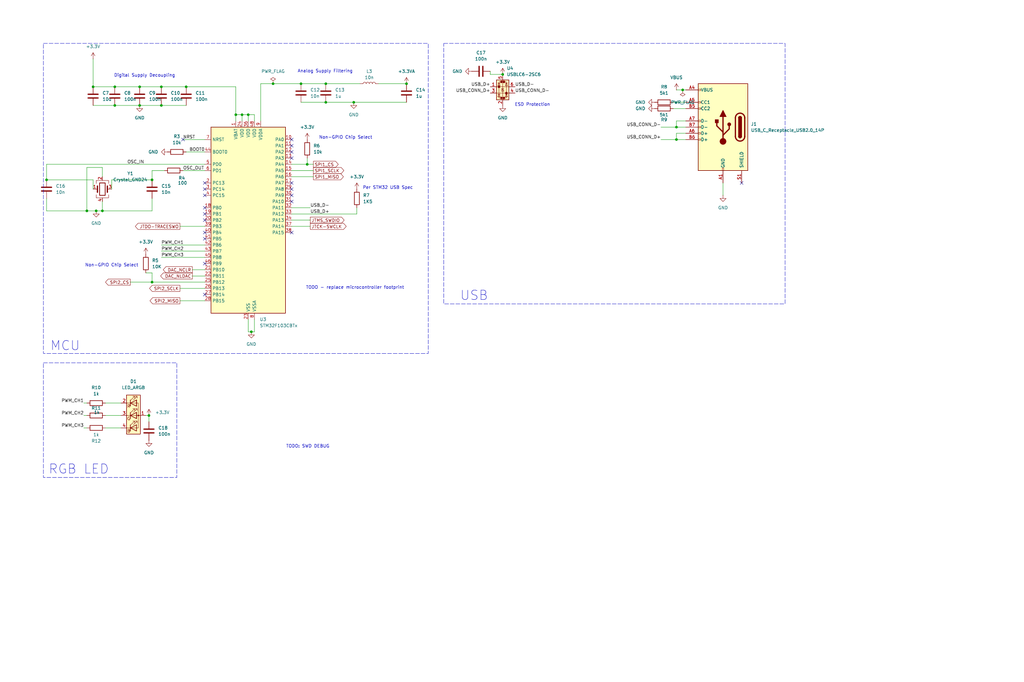
<source format=kicad_sch>
(kicad_sch (version 20250114) (generator "eeschema") (generator_version "9.0")
  (paper "User" 419.1 279.4)
  (title_block (title "MCU Schematic") (date "2026-01-30") (rev "1") (company "Ryan Jeronimus"))
  (lib_symbols
    (symbol "Connector:USB_C_Receptacle_USB2.0_14P" (pin_names (offset 1.016))
      (property "Reference" "J1" (at -11.43 1.2701 0))
      (property "Value" "USB_C_Receptacle_USB2.0_14P" (at -11.43 -1.2699 0))
      (symbol "USB_C_Receptacle_USB2.0_14P_0_0"
        (rectangle (start -0.254 -17.78) (end 0.254 -16.764))
        (rectangle (start 10.16 15.494) (end 9.144 14.986))
        (rectangle (start 10.16 10.414) (end 9.144 9.906))
        (rectangle (start 10.16 7.874) (end 9.144 7.366))
        (rectangle (start 10.16 2.794) (end 9.144 2.286))
        (rectangle (start 10.16 0.254) (end 9.144 -0.254))
        (rectangle (start 10.16 -2.286) (end 9.144 -2.794))
        (rectangle (start 10.16 -4.826) (end 9.144 -5.334))
      )
      (symbol "USB_C_Receptacle_USB2.0_14P_0_1"
        (rectangle (start -10.16 17.78) (end 10.16 -17.78) (stroke (width 0.254)) (fill (type background)))
        (polyline (pts (xy -8.89 -3.81) (xy -8.89 3.81)) (stroke (width 0.508)))
        (rectangle (start -7.62 -3.81) (end -6.35 3.81) (stroke (width 0.254)) (fill (type outline)))
        (arc (start -7.62 3.81) (mid -6.985 4.4423) (end -6.35 3.81) (stroke (width 0.254)))
        (arc (start -7.62 3.81) (mid -6.985 4.4423) (end -6.35 3.81) (stroke (width 0.254)) (fill (type outline)))
        (arc (start -8.89 3.81) (mid -6.985 5.7067) (end -5.08 3.81) (stroke (width 0.508)))
        (arc (start -5.08 -3.81) (mid -6.985 -5.7067) (end -8.89 -3.81) (stroke (width 0.508)))
        (arc (start -6.35 -3.81) (mid -6.985 -4.4423) (end -7.62 -3.81) (stroke (width 0.254)))
        (arc (start -6.35 -3.81) (mid -6.985 -4.4423) (end -7.62 -3.81) (stroke (width 0.254)) (fill (type outline)))
        (polyline (pts (xy -5.08 3.81) (xy -5.08 -3.81)) (stroke (width 0.508)))
        (circle (center -2.54 1.143) (radius 0.635) (stroke (width 0.254)) (fill (type outline)))
        (polyline (pts (xy -1.27 4.318) (xy 0 6.858) (xy 1.27 4.318) (xy -1.27 4.318)) (stroke (width 0.254)) (fill (type outline)))
        (polyline (pts (xy 0 -2.032) (xy 2.54 0.508) (xy 2.54 1.778)) (stroke (width 0.508)))
        (polyline (pts (xy 0 -3.302) (xy -2.54 -0.762) (xy -2.54 0.508)) (stroke (width 0.508)))
        (polyline (pts (xy 0 -5.842) (xy 0 4.318)) (stroke (width 0.508)))
        (circle (center 0 -5.842) (radius 1.27) (fill (type outline)))
        (rectangle (start 1.905 1.778) (end 3.175 3.048) (stroke (width 0.254)) (fill (type outline)))
      )
      (symbol "USB_C_Receptacle_USB2.0_14P_1_1"
        (pin passive line (at -7.62 -22.86 90) (length 5.08) (name "SHIELD") (number "S1"))
        (pin power_out line (at 0 -22.86 90) (length 5.08) (name "GND") (number "A1"))
        (pin passive line (at 0 -22.86 90) (length 5.08) (hide yes) (name "GND") (number "A12"))
        (pin passive line (at 0 -22.86 90) (length 5.08) (hide yes) (name "GND") (number "B1"))
        (pin power_out line (at 0 -22.86 90) (length 5.08) (hide yes) (name "GND") (number "B12"))
        (pin passive line (at 15.24 15.24 180) (length 5.08) (name "VBUS") (number "A4"))
        (pin passive line (at 15.24 15.24 180) (length 5.08) (hide yes) (name "VBUS") (number "A9"))
        (pin passive line (at 15.24 15.24 180) (length 5.08) (hide yes) (name "VBUS") (number "B4"))
        (pin passive line (at 15.24 15.24 180) (length 5.08) (hide yes) (name "VBUS") (number "B9"))
        (pin bidirectional line (at 15.24 10.16 180) (length 5.08) (name "CC1") (number "A5"))
        (pin bidirectional line (at 15.24 7.62 180) (length 5.08) (name "CC2") (number "B5"))
        (pin bidirectional line (at 15.24 2.54 180) (length 5.08) (name "D-") (number "A7"))
        (pin bidirectional line (at 15.24 0 180) (length 5.08) (name "D-") (number "B7"))
        (pin bidirectional line (at 15.24 -2.54 180) (length 5.08) (name "D+") (number "A6"))
        (pin bidirectional line (at 15.24 -5.08 180) (length 5.08) (name "D+") (number "B6"))
      )
    )
    (symbol "Device:C" (pin_numbers (hide yes)) (pin_names (offset 0.254))
      (property "Reference" "C" (at 0.635 2.54 0))
      (property "Value" "C" (at 0.635 -2.54 0))
      (symbol "C_0_1"
        (polyline (pts (xy -2.032 0.762) (xy 2.032 0.762)) (stroke (width 0.508)))
        (polyline (pts (xy -2.032 -0.762) (xy 2.032 -0.762)) (stroke (width 0.508)))
      )
      (symbol "C_1_1"
        (pin passive line (at 0 3.81 270) (length 2.794) (name "~") (number "1"))
        (pin passive line (at 0 -3.81 90) (length 2.794) (name "~") (number "2"))
      )
    )
    (symbol "Device:Crystal_GND24" (pin_names (offset 1.016) (hide yes))
      (property "Reference" "Y" (at 3.175 5.08 0))
      (property "Value" "Crystal_GND24" (at 3.175 3.175 0))
      (symbol "Crystal_GND24_0_1"
        (polyline (pts (xy -2.54 2.286) (xy -2.54 3.556) (xy 2.54 3.556) (xy 2.54 2.286)))
        (polyline (pts (xy -2.54 0) (xy -2.032 0)))
        (polyline (pts (xy -2.54 -2.286) (xy -2.54 -3.556) (xy 2.54 -3.556) (xy 2.54 -2.286)))
        (polyline (pts (xy -2.032 -1.27) (xy -2.032 1.27)) (stroke (width 0.508)))
        (rectangle (start -1.143 2.54) (end 1.143 -2.54) (stroke (width 0.3048)))
        (polyline (pts (xy 0 3.556) (xy 0 3.81)))
        (polyline (pts (xy 0 -3.81) (xy 0 -3.556)))
        (polyline (pts (xy 2.032 0) (xy 2.54 0)))
        (polyline (pts (xy 2.032 -1.27) (xy 2.032 1.27)) (stroke (width 0.508)))
      )
      (symbol "Crystal_GND24_1_1"
        (pin passive line (at -3.81 0 0) (length 1.27) (name "1") (number "1"))
        (pin passive line (at 0 5.08 270) (length 1.27) (name "2") (number "2"))
        (pin passive line (at 0 -5.08 90) (length 1.27) (name "4") (number "4"))
        (pin passive line (at 3.81 0 180) (length 1.27) (name "3") (number "3"))
      )
    )
    (symbol "Device:L" (pin_numbers (hide yes)) (pin_names (offset 1.016) (hide yes))
      (property "Reference" "L" (at -1.27 0 90))
      (property "Value" "L" (at 1.905 0 90))
      (symbol "L_0_1"
        (arc (start 0 2.54) (mid 0.6323 1.905) (end 0 1.27))
        (arc (start 0 1.27) (mid 0.6323 0.635) (end 0 0))
        (arc (start 0 0) (mid 0.6323 -0.635) (end 0 -1.27))
        (arc (start 0 -1.27) (mid 0.6323 -1.905) (end 0 -2.54))
      )
      (symbol "L_1_1"
        (pin passive line (at 0 3.81 270) (length 1.27) (name "1") (number "1"))
        (pin passive line (at 0 -3.81 90) (length 1.27) (name "2") (number "2"))
      )
    )
    (symbol "Device:LED_ARGB" (pin_names (offset 0) (hide yes))
      (property "Reference" "D" (at 0 9.398 0))
      (property "Value" "LED_ARGB" (at 0 -8.89 0))
      (symbol "LED_ARGB_0_0"
        (text "R" (at -1.905 3.81 0) (effects (font (size 1.27 1.27))))
        (text "G" (at -1.905 -1.27 0) (effects (font (size 1.27 1.27))))
        (text "B" (at -1.905 -6.35 0) (effects (font (size 1.27 1.27))))
      )
      (symbol "LED_ARGB_0_1"
        (polyline (pts (xy -1.27 6.35) (xy -1.27 3.81)) (stroke (width 0.254)))
        (polyline (pts (xy -1.27 6.35) (xy -1.27 3.81) (xy -1.27 3.81)))
        (polyline (pts (xy -1.27 5.08) (xy -2.54 5.08)))
        (polyline (pts (xy -1.27 5.08) (xy 1.27 5.08)))
        (polyline (pts (xy -1.27 1.27) (xy -1.27 -1.27)) (stroke (width 0.254)))
        (polyline (pts (xy -1.27 1.27) (xy -1.27 -1.27) (xy -1.27 -1.27)))
        (polyline (pts (xy -1.27 0) (xy -2.54 0)))
        (polyline (pts (xy -1.27 -3.81) (xy -1.27 -6.35)) (stroke (width 0.254)))
        (polyline (pts (xy -1.27 -5.08) (xy -2.54 -5.08)))
        (polyline (pts (xy -1.27 -5.08) (xy 1.27 -5.08)))
        (polyline (pts (xy -1.016 6.35) (xy 0.508 7.874) (xy -0.254 7.874) (xy 0.508 7.874) (xy 0.508 7.112)))
        (polyline (pts (xy -1.016 1.27) (xy 0.508 2.794) (xy -0.254 2.794) (xy 0.508 2.794) (xy 0.508 2.032)))
        (polyline (pts (xy -1.016 -3.81) (xy 0.508 -2.286) (xy -0.254 -2.286) (xy 0.508 -2.286) (xy 0.508 -3.048)))
        (polyline (pts (xy 0 6.35) (xy 1.524 7.874) (xy 0.762 7.874) (xy 1.524 7.874) (xy 1.524 7.112)))
        (polyline (pts (xy 0 1.27) (xy 1.524 2.794) (xy 0.762 2.794) (xy 1.524 2.794) (xy 1.524 2.032)))
        (polyline (pts (xy 0 -3.81) (xy 1.524 -2.286) (xy 0.762 -2.286) (xy 1.524 -2.286) (xy 1.524 -3.048)))
        (polyline (pts (xy 1.27 6.35) (xy 1.27 3.81) (xy -1.27 5.08) (xy 1.27 6.35)) (stroke (width 0.254)))
        (rectangle (start 1.27 6.35) (end 1.27 6.35))
        (rectangle (start 1.27 3.81) (end 1.27 6.35))
        (polyline (pts (xy 1.27 1.27) (xy 1.27 -1.27) (xy -1.27 0) (xy 1.27 1.27)) (stroke (width 0.254)))
        (rectangle (start 1.27 1.27) (end 1.27 1.27))
        (polyline (pts (xy 1.27 0) (xy -1.27 0)))
        (polyline (pts (xy 1.27 0) (xy 2.54 0)))
        (rectangle (start 1.27 -1.27) (end 1.27 1.27))
        (polyline (pts (xy 1.27 -3.81) (xy 1.27 -6.35) (xy -1.27 -5.08) (xy 1.27 -3.81)) (stroke (width 0.254)))
        (polyline (pts (xy 1.27 -5.08) (xy 2.032 -5.08) (xy 2.032 5.08) (xy 1.27 5.08)))
        (circle (center 2.032 0) (radius 0.254) (fill (type outline)))
        (rectangle (start 2.794 8.382) (end -2.794 -7.62) (stroke (width 0.254)) (fill (type background)))
      )
      (symbol "LED_ARGB_1_1"
        (pin passive line (at -5.08 5.08 0) (length 2.54) (name "RK") (number "2"))
        (pin passive line (at -5.08 0 0) (length 2.54) (name "GK") (number "3"))
        (pin passive line (at -5.08 -5.08 0) (length 2.54) (name "BK") (number "4"))
        (pin passive line (at 5.08 0 180) (length 2.54) (name "A") (number "1"))
      )
    )
    (symbol "Device:R" (pin_numbers (hide yes)) (pin_names (offset 0))
      (property "Reference" "R" (at 2.032 0 90))
      (property "Value" "R" (at 0 0 90))
      (symbol "R_0_1"
        (rectangle (start -1.016 -2.54) (end 1.016 2.54) (stroke (width 0.254)))
      )
      (symbol "R_1_1"
        (pin passive line (at 0 3.81 270) (length 1.27) (name "~") (number "1"))
        (pin passive line (at 0 -3.81 90) (length 1.27) (name "~") (number "2"))
      )
    )
    (symbol "MCU_ST_STM32F1:STM32F103CBTx"
      (property "Reference" "U" (at -15.24 39.37 0))
      (property "Value" "STM32F103CBTx" (at 7.62 39.37 0))
      (symbol "STM32F103CBTx_0_1"
        (rectangle (start -15.24 -38.1) (end 15.24 38.1) (stroke (width 0.254)) (fill (type background)))
      )
      (symbol "STM32F103CBTx_1_1"
        (pin input line (at -17.78 33.02 0) (length 2.54) (name "NRST") (number "7"))
        (pin input line (at -17.78 27.94 0) (length 2.54) (name "BOOT0") (number "44"))
        (pin bidirectional line (at -17.78 22.86 0) (length 2.54) (name "PD0") (number "5"))
        (pin bidirectional line (at -17.78 20.32 0) (length 2.54) (name "PD1") (number "6"))
        (pin bidirectional line (at -17.78 15.24 0) (length 2.54) (name "PC13") (number "2"))
        (pin bidirectional line (at -17.78 12.7 0) (length 2.54) (name "PC14") (number "3"))
        (pin bidirectional line (at -17.78 10.16 0) (length 2.54) (name "PC15") (number "4"))
        (pin bidirectional line (at -17.78 5.08 0) (length 2.54) (name "PB0") (number "18"))
        (pin bidirectional line (at -17.78 2.54 0) (length 2.54) (name "PB1") (number "19"))
        (pin bidirectional line (at -17.78 0 0) (length 2.54) (name "PB2") (number "20"))
        (pin bidirectional line (at -17.78 -2.54 0) (length 2.54) (name "PB3") (number "39"))
        (pin bidirectional line (at -17.78 -5.08 0) (length 2.54) (name "PB4") (number "40"))
        (pin bidirectional line (at -17.78 -7.62 0) (length 2.54) (name "PB5") (number "41"))
        (pin bidirectional line (at -17.78 -10.16 0) (length 2.54) (name "PB6") (number "42"))
        (pin bidirectional line (at -17.78 -12.7 0) (length 2.54) (name "PB7") (number "43"))
        (pin bidirectional line (at -17.78 -15.24 0) (length 2.54) (name "PB8") (number "45"))
        (pin bidirectional line (at -17.78 -17.78 0) (length 2.54) (name "PB9") (number "46"))
        (pin bidirectional line (at -17.78 -20.32 0) (length 2.54) (name "PB10") (number "21"))
        (pin bidirectional line (at -17.78 -22.86 0) (length 2.54) (name "PB11") (number "22"))
        (pin bidirectional line (at -17.78 -25.4 0) (length 2.54) (name "PB12") (number "25"))
        (pin bidirectional line (at -17.78 -27.94 0) (length 2.54) (name "PB13") (number "26"))
        (pin bidirectional line (at -17.78 -30.48 0) (length 2.54) (name "PB14") (number "27"))
        (pin bidirectional line (at -17.78 -33.02 0) (length 2.54) (name "PB15") (number "28"))
        (pin power_in line (at -5.08 40.64 270) (length 2.54) (name "VBAT") (number "1"))
        (pin power_in line (at -2.54 40.64 270) (length 2.54) (name "VDD") (number "24"))
        (pin power_in line (at 0 40.64 270) (length 2.54) (name "VDD") (number "36"))
        (pin power_in line (at 0 -40.64 90) (length 2.54) (name "VSS") (number "23"))
        (pin passive line (at 0 -40.64 90) (length 2.54) (hide yes) (name "VSS") (number "35"))
        (pin passive line (at 0 -40.64 90) (length 2.54) (hide yes) (name "VSS") (number "47"))
        (pin power_in line (at 2.54 40.64 270) (length 2.54) (name "VDD") (number "48"))
        (pin power_in line (at 2.54 -40.64 90) (length 2.54) (name "VSSA") (number "8"))
        (pin power_in line (at 5.08 40.64 270) (length 2.54) (name "VDDA") (number "9"))
        (pin bidirectional line (at 17.78 33.02 180) (length 2.54) (name "PA0") (number "10"))
        (pin bidirectional line (at 17.78 30.48 180) (length 2.54) (name "PA1") (number "11"))
        (pin bidirectional line (at 17.78 27.94 180) (length 2.54) (name "PA2") (number "12"))
        (pin bidirectional line (at 17.78 25.4 180) (length 2.54) (name "PA3") (number "13"))
        (pin bidirectional line (at 17.78 22.86 180) (length 2.54) (name "PA4") (number "14"))
        (pin bidirectional line (at 17.78 20.32 180) (length 2.54) (name "PA5") (number "15"))
        (pin bidirectional line (at 17.78 17.78 180) (length 2.54) (name "PA6") (number "16"))
        (pin bidirectional line (at 17.78 15.24 180) (length 2.54) (name "PA7") (number "17"))
        (pin bidirectional line (at 17.78 12.7 180) (length 2.54) (name "PA8") (number "29"))
        (pin bidirectional line (at 17.78 10.16 180) (length 2.54) (name "PA9") (number "30"))
        (pin bidirectional line (at 17.78 7.62 180) (length 2.54) (name "PA10") (number "31"))
        (pin bidirectional line (at 17.78 5.08 180) (length 2.54) (name "PA11") (number "32"))
        (pin bidirectional line (at 17.78 2.54 180) (length 2.54) (name "PA12") (number "33"))
        (pin bidirectional line (at 17.78 0 180) (length 2.54) (name "PA13") (number "34"))
        (pin bidirectional line (at 17.78 -2.54 180) (length 2.54) (name "PA14") (number "37"))
        (pin bidirectional line (at 17.78 -5.08 180) (length 2.54) (name "PA15") (number "38"))
      )
    )
    (symbol "Power_Protection:USBLC6-2SC6" (pin_names (hide yes))
      (property "Reference" "U" (at 0.635 5.715 0))
      (property "Value" "USBLC6-2SC6" (at 0.635 3.81 0))
      (symbol "USBLC6-2SC6_0_0"
        (circle (center -1.524 0) (radius 0.0001) (stroke (width 0.508)))
        (circle (center -0.508 2.032) (radius 0.0001) (stroke (width 0.508)))
        (circle (center -0.508 -4.572) (radius 0.0001) (stroke (width 0.508)))
        (circle (center 0.508 2.032) (radius 0.0001) (stroke (width 0.508)))
        (circle (center 0.508 -4.572) (radius 0.0001) (stroke (width 0.508)))
        (circle (center 1.524 -2.54) (radius 0.0001) (stroke (width 0.508)))
      )
      (symbol "USBLC6-2SC6_0_1"
        (polyline (pts (xy -2.54 0) (xy 2.54 0)))
        (polyline (pts (xy -2.54 -2.54) (xy 2.54 -2.54)))
        (polyline (pts (xy -2.032 0.508) (xy -1.016 0.508) (xy -1.524 1.524) (xy -2.032 0.508)))
        (polyline (pts (xy -2.032 -3.048) (xy -1.016 -3.048)))
        (polyline (pts (xy -1.016 1.524) (xy -2.032 1.524)))
        (polyline (pts (xy -1.016 -4.064) (xy -2.032 -4.064) (xy -1.524 -3.048) (xy -1.016 -4.064)))
        (polyline (pts (xy -0.508 -1.143) (xy -0.508 -0.762) (xy 0.508 -0.762)))
        (polyline (pts (xy 0 2.54) (xy -0.508 2.032) (xy 0.508 2.032) (xy 0 1.524) (xy 0 -4.064) (xy -0.508 -4.572) (xy 0.508 -4.572) (xy 0 -5.08)))
        (polyline (pts (xy 0.508 -1.778) (xy -0.508 -1.778) (xy 0 -0.762) (xy 0.508 -1.778)))
        (polyline (pts (xy 1.016 1.524) (xy 2.032 1.524)))
        (polyline (pts (xy 1.016 -3.048) (xy 2.032 -3.048)))
        (polyline (pts (xy 2.032 0.508) (xy 1.016 0.508) (xy 1.524 1.524) (xy 2.032 0.508)))
        (polyline (pts (xy 2.032 -4.064) (xy 1.016 -4.064) (xy 1.524 -3.048) (xy 2.032 -4.064)))
      )
      (symbol "USBLC6-2SC6_1_1"
        (rectangle (start -2.54 2.794) (end 2.54 -5.334) (stroke (width 0.254)) (fill (type background)))
        (polyline (pts (xy -0.508 2.032) (xy -1.524 2.032) (xy -1.524 -4.572) (xy -0.508 -4.572)))
        (polyline (pts (xy 0.508 -4.572) (xy 1.524 -4.572) (xy 1.524 2.032) (xy 0.508 2.032)))
        (pin passive line (at -5.08 0 0) (length 2.54) (name "I/O1") (number "1"))
        (pin passive line (at -5.08 -2.54 0) (length 2.54) (name "I/O2") (number "3"))
        (pin passive line (at 0 5.08 270) (length 2.54) (name "VBUS") (number "5"))
        (pin passive line (at 0 -7.62 90) (length 2.54) (name "GND") (number "2"))
        (pin passive line (at 5.08 0 180) (length 2.54) (name "I/O1") (number "6"))
        (pin passive line (at 5.08 -2.54 180) (length 2.54) (name "I/O2") (number "4"))
      )
    )
    (symbol "power:+3.3V" (power) (pin_numbers (hide yes)) (pin_names (offset 0) (hide yes))
      (property "Value" "+3.3V" (at 0 3.556 0))
      (symbol "+3.3V_0_1"
        (polyline (pts (xy -0.762 1.27) (xy 0 2.54)))
        (polyline (pts (xy 0 2.54) (xy 0.762 1.27)))
        (polyline (pts (xy 0 0) (xy 0 2.54)))
      )
      (symbol "+3.3V_1_1"
        (pin power_in line (at 0 0 90) (length 0) (name "~") (number "1"))
      )
    )
    (symbol "power:+3.3VA" (power) (pin_numbers (hide yes)) (pin_names (offset 0) (hide yes))
      (property "Value" "+3.3VA" (at 0 3.556 0))
      (symbol "+3.3VA_0_1"
        (polyline (pts (xy -0.762 1.27) (xy 0 2.54)))
        (polyline (pts (xy 0 2.54) (xy 0.762 1.27)))
        (polyline (pts (xy 0 0) (xy 0 2.54)))
      )
      (symbol "+3.3VA_1_1"
        (pin power_in line (at 0 0 90) (length 0) (name "~") (number "1"))
      )
    )
    (symbol "power:GND" (power) (pin_numbers (hide yes)) (pin_names (offset 0) (hide yes))
      (property "Value" "GND" (at 0 -3.81 0))
      (symbol "GND_0_1"
        (polyline (pts (xy 0 0) (xy 0 -1.27) (xy 1.27 -1.27) (xy 0 -2.54) (xy -1.27 -1.27) (xy 0 -1.27)))
      )
      (symbol "GND_1_1"
        (pin power_in line (at 0 0 270) (length 0) (name "~") (number "1"))
      )
    )
    (symbol "power:PWR_FLAG" (power) (pin_numbers (hide yes)) (pin_names (offset 0) (hide yes))
      (property "Value" "PWR_FLAG" (at 0 3.81 0))
      (symbol "PWR_FLAG_0_0"
        (pin power_out line (at 0 0 90) (length 0) (name "~") (number "1"))
      )
      (symbol "PWR_FLAG_0_1"
        (polyline (pts (xy 0 0) (xy 0 1.27) (xy -1.016 1.905) (xy 0 2.54) (xy 1.016 1.905) (xy 0 1.27)))
      )
    )
    (symbol "power:VBUS" (power) (pin_numbers (hide yes)) (pin_names (offset 0) (hide yes))
      (property "Value" "VBUS" (at 0 3.556 0))
      (symbol "VBUS_0_1"
        (polyline (pts (xy -0.762 1.27) (xy 0 2.54)))
        (polyline (pts (xy 0 2.54) (xy 0.762 1.27)))
        (polyline (pts (xy 0 0) (xy 0 2.54)))
      )
      (symbol "VBUS_1_1"
        (pin power_in line (at 0 0 90) (length 0) (name "~") (number "1"))
      )
    )
  )
  (rectangle (start 17.78 17.78) (end 175.26 144.78) (stroke (width 0) (type dash)))
  (rectangle (start 17.78 148.59) (end 72.39 195.58) (stroke (width 0) (type dash)))
  (rectangle (start 181.61 17.78) (end 321.31 124.46) (stroke (width 0) (type dash)))
  (text "TODO - replace microcontroller footprint\n\n" (at 145.288 118.872 0) (effects (font (size 1.27 1.27))))
  (text "Analog Supply Filtering\n" (at 133.096 29.21 0) (effects (font (size 1.27 1.27))))
  (text "Per STM32 USB Spec\n" (at 158.75 76.962 0) (effects (font (size 1.27 1.27))))
  (text "USB\n" (at 194.056 121.158 0) (effects (font (size 3.81 3.81))))
  (text "Non-GPIO Chip Select\n" (at 45.72 108.712 0) (effects (font (size 1.27 1.27))))
  (text "RGB LED" (at 32.258 192.278 0) (effects (font (size 3.81 3.81))))
  (text "TODO: SWD DEBUG" (at 125.984 182.88 0) (effects (font (size 1.27 1.27))))
  (text "Digital Supply Decoupling\n" (at 59.182 30.988 0) (effects (font (size 1.27 1.27))))
  (text "MCU\n" (at 26.67 141.732 0) (effects (font (size 3.81 3.81))))
  (text "Non-GPIO Chip Select\n" (at 141.478 56.388 0) (effects (font (size 1.27 1.27))))
  (text "ESD Protection\n" (at 217.932 42.926 0) (effects (font (size 1.27 1.27))))
  (junction (at 60.96 170.18))
  (junction (at 46.99 43.18))
  (junction (at 99.06 46.99))
  (junction (at 276.86 52.07))
  (junction (at 279.4 36.83))
  (junction (at 166.37 34.29))
  (junction (at 39.37 86.36))
  (junction (at 46.99 35.56))
  (junction (at 41.91 86.36))
  (junction (at 35.56 86.36))
  (junction (at 38.1 35.56))
  (junction (at 125.73 67.31))
  (junction (at 102.87 135.89))
  (junction (at 144.78 41.91))
  (junction (at 133.35 41.91))
  (junction (at 123.19 34.29))
  (junction (at 66.04 43.18))
  (junction (at 276.86 57.15))
  (junction (at 57.15 43.18))
  (junction (at 133.35 34.29))
  (junction (at 96.52 46.99))
  (junction (at 76.2 35.56))
  (junction (at 101.6 46.99))
  (junction (at 57.15 35.56))
  (junction (at 62.23 115.57))
  (junction (at 62.23 73.66))
  (junction (at 205.74 30.48))
  (junction (at 66.04 35.56))
  (junction (at 19.05 73.66))
  (junction (at 111.76 34.29))
  (no_connect (at 303.53 74.93))
  (no_connect (at 83.82 80.01))
  (no_connect (at 119.38 82.55))
  (no_connect (at 74.93 57.15))
  (no_connect (at 83.82 97.79))
  (no_connect (at 83.82 74.93))
  (no_connect (at 119.38 77.47))
  (no_connect (at 119.38 57.15))
  (no_connect (at 119.38 80.01))
  (no_connect (at 83.82 120.65))
  (no_connect (at 119.38 74.93))
  (no_connect (at 119.38 64.77))
  (no_connect (at 83.82 90.17))
  (no_connect (at 83.82 85.09))
  (no_connect (at 119.38 62.23))
  (no_connect (at 119.38 59.69))
  (no_connect (at 83.82 77.47))
  (no_connect (at 83.82 107.95))
  (no_connect (at 83.82 87.63))
  (no_connect (at 119.38 95.25))
  (no_connect (at 83.82 95.25))
  (wire (pts (xy 200.66 30.48) (xy 200.66 29.21)))
  (wire (pts (xy 43.18 165.1) (xy 49.53 165.1)))
  (wire (pts (xy 62.23 111.76) (xy 62.23 115.57)))
  (wire (pts (xy 276.86 54.61) (xy 276.86 57.15)))
  (wire (pts (xy 154.94 34.29) (xy 166.37 34.29)))
  (wire (pts (xy 35.56 68.58) (xy 35.56 86.36)))
  (wire (pts (xy 73.66 118.11) (xy 83.82 118.11)))
  (wire (pts (xy 280.67 52.07) (xy 276.86 52.07)))
  (wire (pts (xy 101.6 130.81) (xy 101.6 135.89)))
  (wire (pts (xy 38.1 24.13) (xy 38.1 35.56)))
  (wire (pts (xy 39.37 86.36) (xy 35.56 86.36)))
  (wire (pts (xy 279.4 36.83) (xy 280.67 36.83)))
  (wire (pts (xy 59.69 170.18) (xy 60.96 170.18)))
  (wire (pts (xy 295.91 74.93) (xy 295.91 80.01)))
  (wire (pts (xy 146.05 85.09) (xy 146.05 87.63)))
  (wire (pts (xy 41.91 86.36) (xy 62.23 86.36)))
  (wire (pts (xy 106.68 34.29) (xy 106.68 49.53)))
  (wire (pts (xy 119.38 67.31) (xy 125.73 67.31)))
  (wire (pts (xy 205.74 30.48) (xy 200.66 30.48)))
  (wire (pts (xy 38.1 73.66) (xy 19.05 73.66)))
  (wire (pts (xy 45.72 77.47) (xy 45.72 73.66)))
  (wire (pts (xy 101.6 46.99) (xy 104.14 46.99)))
  (wire (pts (xy 41.91 68.58) (xy 35.56 68.58)))
  (wire (pts (xy 53.34 115.57) (xy 62.23 115.57)))
  (wire (pts (xy 76.2 62.23) (xy 83.82 62.23)))
  (wire (pts (xy 119.38 90.17) (xy 127 90.17)))
  (wire (pts (xy 66.04 102.87) (xy 83.82 102.87)))
  (wire (pts (xy 66.04 43.18) (xy 76.2 43.18)))
  (wire (pts (xy 111.76 34.29) (xy 106.68 34.29)))
  (wire (pts (xy 66.04 105.41) (xy 83.82 105.41)))
  (wire (pts (xy 38.1 77.47) (xy 38.1 73.66)))
  (wire (pts (xy 41.91 86.36) (xy 39.37 86.36)))
  (wire (pts (xy 101.6 135.89) (xy 102.87 135.89)))
  (wire (pts (xy 43.18 175.26) (xy 49.53 175.26)))
  (wire (pts (xy 41.91 72.39) (xy 41.91 68.58)))
  (wire (pts (xy 133.35 41.91) (xy 144.78 41.91)))
  (wire (pts (xy 276.86 49.53) (xy 280.67 49.53)))
  (wire (pts (xy 41.91 82.55) (xy 41.91 86.36)))
  (wire (pts (xy 119.38 69.85) (xy 128.27 69.85)))
  (wire (pts (xy 125.73 67.31) (xy 128.27 67.31)))
  (wire (pts (xy 101.6 46.99) (xy 101.6 49.53)))
  (wire (pts (xy 270.51 52.07) (xy 276.86 52.07)))
  (wire (pts (xy 62.23 73.66) (xy 62.23 69.85)))
  (wire (pts (xy 59.69 111.76) (xy 62.23 111.76)))
  (wire (pts (xy 34.29 165.1) (xy 35.56 165.1)))
  (wire (pts (xy 123.19 34.29) (xy 133.35 34.29)))
  (wire (pts (xy 119.38 85.09) (xy 127 85.09)))
  (wire (pts (xy 119.38 92.71) (xy 127 92.71)))
  (wire (pts (xy 57.15 35.56) (xy 66.04 35.56)))
  (wire (pts (xy 46.99 35.56) (xy 57.15 35.56)))
  (wire (pts (xy 73.66 92.71) (xy 83.82 92.71)))
  (wire (pts (xy 38.1 43.18) (xy 46.99 43.18)))
  (wire (pts (xy 66.04 35.56) (xy 76.2 35.56)))
  (wire (pts (xy 99.06 46.99) (xy 99.06 49.53)))
  (wire (pts (xy 19.05 67.31) (xy 83.82 67.31)))
  (wire (pts (xy 34.29 175.26) (xy 35.56 175.26)))
  (wire (pts (xy 275.59 41.91) (xy 280.67 41.91)))
  (wire (pts (xy 60.96 170.18) (xy 60.96 172.72)))
  (wire (pts (xy 119.38 87.63) (xy 146.05 87.63)))
  (wire (pts (xy 66.04 100.33) (xy 83.82 100.33)))
  (wire (pts (xy 19.05 73.66) (xy 19.05 67.31)))
  (wire (pts (xy 62.23 69.85) (xy 67.31 69.85)))
  (wire (pts (xy 78.74 113.03) (xy 83.82 113.03)))
  (wire (pts (xy 34.29 170.18) (xy 35.56 170.18)))
  (wire (pts (xy 74.93 57.15) (xy 83.82 57.15)))
  (wire (pts (xy 104.14 46.99) (xy 104.14 49.53)))
  (wire (pts (xy 123.19 34.29) (xy 111.76 34.29)))
  (wire (pts (xy 62.23 86.36) (xy 62.23 81.28)))
  (wire (pts (xy 78.74 110.49) (xy 83.82 110.49)))
  (wire (pts (xy 19.05 86.36) (xy 35.56 86.36)))
  (wire (pts (xy 46.99 43.18) (xy 57.15 43.18)))
  (wire (pts (xy 74.93 69.85) (xy 83.82 69.85)))
  (wire (pts (xy 104.14 135.89) (xy 102.87 135.89)))
  (wire (pts (xy 276.86 52.07) (xy 276.86 49.53)))
  (wire (pts (xy 276.86 36.83) (xy 279.4 36.83)))
  (wire (pts (xy 276.86 57.15) (xy 280.67 57.15)))
  (wire (pts (xy 125.73 64.77) (xy 125.73 67.31)))
  (wire (pts (xy 280.67 54.61) (xy 276.86 54.61)))
  (wire (pts (xy 123.19 41.91) (xy 133.35 41.91)))
  (wire (pts (xy 43.18 170.18) (xy 49.53 170.18)))
  (wire (pts (xy 144.78 41.91) (xy 166.37 41.91)))
  (wire (pts (xy 45.72 73.66) (xy 62.23 73.66)))
  (wire (pts (xy 119.38 72.39) (xy 128.27 72.39)))
  (wire (pts (xy 104.14 130.81) (xy 104.14 135.89)))
  (wire (pts (xy 133.35 34.29) (xy 147.32 34.29)))
  (wire (pts (xy 96.52 46.99) (xy 99.06 46.99)))
  (wire (pts (xy 19.05 81.28) (xy 19.05 86.36)))
  (wire (pts (xy 76.2 35.56) (xy 96.52 35.56)))
  (wire (pts (xy 275.59 44.45) (xy 280.67 44.45)))
  (wire (pts (xy 96.52 46.99) (xy 96.52 49.53)))
  (wire (pts (xy 270.51 57.15) (xy 276.86 57.15)))
  (wire (pts (xy 96.52 35.56) (xy 96.52 46.99)))
  (wire (pts (xy 62.23 115.57) (xy 83.82 115.57)))
  (wire (pts (xy 99.06 46.99) (xy 101.6 46.99)))
  (wire (pts (xy 73.66 123.19) (xy 83.82 123.19)))
  (wire (pts (xy 57.15 43.18) (xy 66.04 43.18)))
  (wire (pts (xy 38.1 35.56) (xy 46.99 35.56)))
  (label "NRST" (at 74.93 57.15 0))
  (label "BOOT0" (at 77.47 62.23 0))
  (label "USB_D-" (at 127 85.09 0))
  (label "USB_D+" (at 200.66 35.56 180))
  (label "PWM_CH2" (at 66.04 102.87 0))
  (label "PWM_CH2" (at 34.29 170.18 180))
  (label "USB_CONN_D+" (at 200.66 38.1 180))
  (label "PWM_CH3" (at 34.29 175.26 180))
  (label "USB_CONN_D-" (at 210.82 38.1 0))
  (label "USB_CONN_D-" (at 270.51 52.07 180))
  (label "PWM_CH1" (at 66.04 100.33 0))
  (label "OSC_OUT" (at 74.93 69.85 0))
  (label "PWM_CH3" (at 66.04 105.41 0))
  (label "PWM_CH1" (at 34.29 165.1 180))
  (label "USB_D+" (at 127 87.63 0))
  (label "USB_D-" (at 210.82 35.56 0))
  (label "OSC_IN" (at 52.07 67.31 0))
  (label "USB_CONN_D+" (at 270.51 57.15 180))
  (global_label "JTDO-TRACESWO" (shape output) (at 73.66 92.71 180) (property "Intersheetrefs" "${INTERSHEET_REFS}" (effects (hide yes))))
  (global_label "JTMS_SWDIO" (shape output) (at 127 90.17 0) (property "Intersheetrefs" "${INTERSHEET_REFS}" (effects (hide yes))))
  (global_label "SPI2_SCLK" (shape output) (at 73.66 118.11 180) (property "Intersheetrefs" "${INTERSHEET_REFS}" (effects (hide yes))))
  (global_label "DAC_NCLR" (shape output) (at 78.74 110.49 180) (property "Intersheetrefs" "${INTERSHEET_REFS}" (effects (hide yes))))
  (global_label "DAC_NLDAC" (shape output) (at 78.74 113.03 180) (property "Intersheetrefs" "${INTERSHEET_REFS}" (effects (hide yes))))
  (global_label "JTCK-SWCLK" (shape output) (at 127 92.71 0) (property "Intersheetrefs" "${INTERSHEET_REFS}" (effects (hide yes))))
  (global_label "SPI1_MISO" (shape output) (at 128.27 72.39 0) (property "Intersheetrefs" "${INTERSHEET_REFS}" (effects (hide yes))))
  (global_label "SPI1_SCLK" (shape output) (at 128.27 69.85 0) (property "Intersheetrefs" "${INTERSHEET_REFS}" (effects (hide yes))))
  (global_label "SPI2_MISO" (shape output) (at 73.66 123.19 180) (property "Intersheetrefs" "${INTERSHEET_REFS}" (effects (hide yes))))
  (global_label "SPI2_CS" (shape output) (at 53.34 115.57 180) (property "Intersheetrefs" "${INTERSHEET_REFS}" (effects (hide yes))))
  (global_label "SPI1_CS" (shape output) (at 128.27 67.31 0) (property "Intersheetrefs" "${INTERSHEET_REFS}" (effects (hide yes))))
  (symbol (lib_id "Device:C") (at 123.19 38.1 0) (unit 1)
    (property "Reference" "C12" (at 127 36.8299 0) (effects (justify left)))
    (property "Value" "10n" (at 127 39.3699 0) (effects (justify left)))
    (property "Footprint" "Capacitor_SMD:C_0603_1608Metric" (effects (hide yes)))
    (property "Description" "Unpolarized capacitor" (effects (hide yes)))
  )
  (symbol (lib_id "Device:C") (at 38.1 39.37 0) (unit 1)
    (property "Reference" "C7" (at 41.91 38.0999 0) (effects (justify left)))
    (property "Value" "10u" (at 41.91 40.6399 0) (effects (justify left)))
    (property "Footprint" "Capacitor_SMD:C_0603_1608Metric" (effects (hide yes)))
    (property "Description" "Unpolarized capacitor" (effects (hide yes)))
  )
  (symbol (lib_id "power:+3.3V") (at 38.1 24.13 0) (unit 1)
    (property "Reference" "#PWR012" (effects (hide yes)))
    (property "Value" "+3.3V" (at 38.1 19.05 0))
    (property "Description" "Power symbol creates a global label with name \"+3.3V\"" (effects (hide yes)))
  )
  (symbol (lib_id "power:+3.3V") (at 205.74 30.48 0) (unit 1)
    (property "Reference" "#PWR026" (effects (hide yes)))
    (property "Value" "+3.3V" (at 205.74 25.4 0))
    (property "Description" "Power symbol creates a global label with name \"+3.3V\"" (effects (hide yes)))
  )
  (symbol (lib_id "Device:R") (at 271.78 41.91 90) (unit 1)
    (property "Reference" "R8" (at 271.78 35.56 90))
    (property "Value" "5k1" (at 271.78 38.1 90))
    (property "Footprint" "Resistor_SMD:R_0603_1608Metric" (effects (hide yes)))
    (property "Description" "Resistor" (effects (hide yes)))
  )
  (symbol (lib_id "Device:C") (at 57.15 39.37 0) (unit 1)
    (property "Reference" "C9" (at 60.96 38.0999 0) (effects (justify left)))
    (property "Value" "100n" (at 60.96 40.6399 0) (effects (justify left)))
    (property "Footprint" "Capacitor_SMD:C_0603_1608Metric" (effects (hide yes)))
    (property "Description" "Unpolarized capacitor" (effects (hide yes)))
  )
  (symbol (lib_id "Device:C") (at 19.05 77.47 0) (unit 1)
    (property "Reference" "C16" (at 22.86 76.1999 0) (effects (justify left)))
    (property "Value" "10n" (at 22.86 78.7399 0) (effects (justify left)))
    (property "Footprint" "Capacitor_SMD:C_0603_1608Metric" (effects (hide yes)))
    (property "Description" "Unpolarized capacitor" (effects (hide yes)))
  )
  (symbol (lib_id "Device:R") (at 271.78 44.45 90) (unit 1)
    (property "Reference" "R9" (at 271.78 49.022 90))
    (property "Value" "5k1" (at 271.78 46.99 90))
    (property "Footprint" "Resistor_SMD:R_0603_1608Metric" (effects (hide yes)))
    (property "Description" "Resistor" (effects (hide yes)))
  )
  (symbol (lib_id "power:GND") (at 144.78 41.91 0) (unit 1)
    (property "Reference" "#PWR013" (effects (hide yes)))
    (property "Value" "GND" (at 144.78 46.99 0))
    (property "Description" "Power symbol creates a global label with name \"GND\" , ground" (effects (hide yes)))
  )
  (symbol (lib_id "power:GND") (at 267.97 44.45 270) (unit 1)
    (property "Reference" "#PWR021" (effects (hide yes)))
    (property "Value" "GND" (at 264.16 44.4499 90) (effects (justify right)))
    (property "Description" "Power symbol creates a global label with name \"GND\" , ground" (effects (hide yes)))
  )
  (symbol (lib_id "Device:C") (at 133.35 38.1 0) (unit 1)
    (property "Reference" "C13" (at 137.16 36.8299 0) (effects (justify left)))
    (property "Value" "1u" (at 137.16 39.3699 0) (effects (justify left)))
    (property "Footprint" "Capacitor_SMD:C_0603_1608Metric" (effects (hide yes)))
    (property "Description" "Unpolarized capacitor" (effects (hide yes)))
  )
  (symbol (lib_id "power:+3.3V") (at 60.96 170.18 0) (unit 1)
    (property "Reference" "#PWR027" (effects (hide yes)))
    (property "Value" "+3.3V" (at 63.5 168.9099 0) (effects (justify left)))
    (property "Description" "Power symbol creates a global label with name \"+3.3V\"" (effects (hide yes)))
  )
  (symbol (lib_id "Device:R") (at 71.12 69.85 90) (unit 1)
    (property "Reference" "R4" (at 74.422 72.898 90))
    (property "Value" "100" (at 74.676 74.93 90))
    (property "Footprint" "Resistor_SMD:R_0603_1608Metric" (effects (hide yes)))
    (property "Description" "Resistor" (effects (hide yes)))
  )
  (symbol (lib_id "MCU_ST_STM32F1:STM32F103CBTx") (at 101.6 90.17 0) (unit 1)
    (property "Reference" "U3" (at 106.2833 130.81 0) (effects (justify left)))
    (property "Value" "STM32F103CBTx" (at 106.2833 133.35 0) (effects (justify left)))
    (property "Footprint" "Package_QFP:LQFP-48_7x7mm_P0.5mm" (effects (hide yes)))
    (property "Datasheet" "https://www.st.com/resource/en/datasheet/stm32f103cb.pdf" (effects (hide yes)))
    (property "Description" "STMicroelectronics Arm Cortex-M3 MCU, 128KB flash, 20KB RAM, 72 MHz, 2.0-3.6V, 37 GPIO, LQFP48" (effects (hide yes)))
  )
  (symbol (lib_id "Device:R") (at 125.73 60.96 0) (unit 1)
    (property "Reference" "R6" (at 128.27 59.6899 0) (effects (justify left)))
    (property "Value" "10k" (at 128.27 62.2299 0) (effects (justify left)))
    (property "Footprint" "Resistor_SMD:R_0603_1608Metric" (effects (hide yes)))
    (property "Description" "Resistor" (effects (hide yes)))
  )
  (symbol (lib_id "power:+3.3V") (at 146.05 77.47 0) (unit 1)
    (property "Reference" "#PWR020" (effects (hide yes)))
    (property "Value" "+3.3V" (at 146.05 72.39 0))
    (property "Description" "Power symbol creates a global label with name \"+3.3V\"" (effects (hide yes)))
  )
  (symbol (lib_id "power:GND") (at 68.58 62.23 270) (unit 1)
    (property "Reference" "#PWR016" (effects (hide yes)))
    (property "Value" "GND" (at 64.77 62.2299 90) (effects (justify right)))
    (property "Description" "Power symbol creates a global label with name \"GND\" , ground" (effects (hide yes)))
  )
  (symbol (lib_id "power:GND") (at 39.37 86.36 0) (unit 1)
    (property "Reference" "#PWR017" (effects (hide yes)))
    (property "Value" "GND" (at 39.37 91.44 0))
    (property "Description" "Power symbol creates a global label with name \"GND\" , ground" (effects (hide yes)))
  )
  (symbol (lib_id "power:GND") (at 267.97 41.91 270) (unit 1)
    (property "Reference" "#PWR023" (effects (hide yes)))
    (property "Value" "GND" (at 264.16 41.9099 90) (effects (justify right)))
    (property "Description" "Power symbol creates a global label with name \"GND\" , ground" (effects (hide yes)))
  )
  (symbol (lib_id "Power_Protection:USBLC6-2SC6") (at 205.74 35.56 0) (unit 1)
    (property "Reference" "U4" (at 207.3911 27.94 0) (effects (justify left)))
    (property "Value" "USBLC6-2SC6" (at 207.3911 30.48 0) (effects (justify left)))
    (property "Footprint" "Package_TO_SOT_SMD:SOT-23-6" (effects (hide yes)))
    (property "Datasheet" "https://www.st.com/resource/en/datasheet/usblc6-2.pdf" (effects (hide yes)))
    (property "Description" "Very low capacitance ESD protection diode, 2 data-line, SOT-23-6" (effects (hide yes)))
  )
  (symbol (lib_id "power:GND") (at 193.04 29.21 270) (unit 1)
    (property "Reference" "#PWR028" (effects (hide yes)))
    (property "Value" "GND" (at 189.23 29.2099 90) (effects (justify right)))
    (property "Description" "Power symbol creates a global label with name \"GND\" , ground" (effects (hide yes)))
  )
  (symbol (lib_id "power:GND") (at 295.91 80.01 0) (unit 1)
    (property "Reference" "#PWR022" (effects (hide yes)))
    (property "Value" "GND" (at 295.91 85.09 0))
    (property "Description" "Power symbol creates a global label with name \"GND\" , ground" (effects (hide yes)))
  )
  (symbol (lib_id "Device:C") (at 46.99 39.37 0) (unit 1)
    (property "Reference" "C8" (at 50.8 38.0999 0) (effects (justify left)))
    (property "Value" "100n" (at 50.8 40.6399 0) (effects (justify left)))
    (property "Footprint" "Capacitor_SMD:C_0603_1608Metric" (effects (hide yes)))
    (property "Description" "Unpolarized capacitor" (effects (hide yes)))
  )
  (symbol (lib_id "Connector:USB_C_Receptacle_USB2.0_14P") (at 295.91 52.07 0) (mirror y) (unit 1)
    (property "Reference" "J1" (at 307.34 50.7999 0) (effects (justify right)))
    (property "Value" "USB_C_Receptacle_USB2.0_14P" (at 307.34 53.3399 0) (effects (justify right)))
    (property "Footprint" "Connector_Audio:Jack_3.5mm_CUI_SJ-3523-SMT_Horizontal" (effects (hide yes)))
    (property "Datasheet" "https://www.usb.org/sites/default/files/documents/usb_type-c.zip" (effects (hide yes)))
    (property "Description" "USB 2.0-only 14P Type-C Receptacle connector" (effects (hide yes)))
  )
  (symbol (lib_id "Device:LED_ARGB") (at 54.61 170.18 0) (unit 1)
    (property "Reference" "D1" (at 54.61 156.21 0))
    (property "Value" "LED_ARGB" (at 54.61 158.75 0))
    (property "Footprint" "LED_SMD:LED_0402_1005Metric" (effects (hide yes)))
    (property "Description" "RGB LED, anode/red/green/blue" (effects (hide yes)))
  )
  (symbol (lib_id "power:+3.3V") (at 59.69 104.14 0) (unit 1)
    (property "Reference" "#PWR018" (effects (hide yes)))
    (property "Value" "+3.3V" (at 59.69 99.06 0))
    (property "Description" "Power symbol creates a global label with name \"+3.3V\"" (effects (hide yes)))
  )
  (symbol (lib_id "Device:R") (at 72.39 62.23 90) (unit 1)
    (property "Reference" "R3" (at 72.39 55.88 90))
    (property "Value" "10k" (at 72.39 58.42 90))
    (property "Footprint" "Resistor_SMD:R_0603_1608Metric" (effects (hide yes)))
    (property "Description" "Resistor" (effects (hide yes)))
  )
  (symbol (lib_id "Device:R") (at 39.37 175.26 90) (unit 1)
    (property "Reference" "R12" (at 39.37 180.594 90))
    (property "Value" "1k" (at 39.37 178.054 90))
    (property "Footprint" "Resistor_SMD:R_0603_1608Metric" (effects (hide yes)))
    (property "Description" "Resistor" (effects (hide yes)))
  )
  (symbol (lib_id "Device:R") (at 39.37 170.18 90) (unit 1)
    (property "Reference" "R11" (at 39.37 167.132 90))
    (property "Value" "1k" (at 39.624 168.91 90))
    (property "Footprint" "Resistor_SMD:R_0603_1608Metric" (effects (hide yes)))
    (property "Description" "Resistor" (effects (hide yes)))
  )
  (symbol (lib_id "Device:C") (at 60.96 176.53 180) (unit 1)
    (property "Reference" "C18" (at 64.77 175.2599 0) (effects (justify right)))
    (property "Value" "100n" (at 64.77 177.7999 0) (effects (justify right)))
    (property "Footprint" "Capacitor_SMD:C_0603_1608Metric" (effects (hide yes)))
    (property "Description" "Unpolarized capacitor" (effects (hide yes)))
  )
  (symbol (lib_id "Device:R") (at 39.37 165.1 90) (unit 1)
    (property "Reference" "R10" (at 39.37 158.75 90))
    (property "Value" "1k" (at 39.37 161.29 90))
    (property "Footprint" "Resistor_SMD:R_0603_1608Metric" (effects (hide yes)))
    (property "Description" "Resistor" (effects (hide yes)))
  )
  (symbol (lib_id "Device:R") (at 146.05 81.28 0) (unit 1)
    (property "Reference" "R7" (at 148.59 80.0099 0) (effects (justify left)))
    (property "Value" "1K5" (at 148.59 82.5499 0) (effects (justify left)))
    (property "Footprint" "Resistor_SMD:R_0603_1608Metric" (effects (hide yes)))
    (property "Description" "Resistor" (effects (hide yes)))
  )
  (symbol (lib_id "power:+3.3V") (at 125.73 57.15 0) (unit 1)
    (property "Reference" "#PWR019" (effects (hide yes)))
    (property "Value" "+3.3V" (at 125.73 52.07 0))
    (property "Description" "Power symbol creates a global label with name \"+3.3V\"" (effects (hide yes)))
  )
  (symbol (lib_id "power:VBUS") (at 276.86 36.83 0) (unit 1)
    (property "Reference" "#PWR024" (effects (hide yes)))
    (property "Value" "VBUS" (at 276.86 31.75 0))
    (property "Description" "Power symbol creates a global label with name \"VBUS\"" (effects (hide yes)))
  )
  (symbol (lib_id "Device:C") (at 66.04 39.37 0) (unit 1)
    (property "Reference" "C10" (at 69.85 38.0999 0) (effects (justify left)))
    (property "Value" "100n" (at 69.85 40.6399 0) (effects (justify left)))
    (property "Footprint" "Capacitor_SMD:C_0603_1608Metric" (effects (hide yes)))
    (property "Description" "Unpolarized capacitor" (effects (hide yes)))
  )
  (symbol (lib_id "power:GND") (at 205.74 43.18 0) (unit 1)
    (property "Reference" "#PWR025" (effects (hide yes)))
    (property "Value" "GND" (at 205.74 48.26 0))
    (property "Description" "Power symbol creates a global label with name \"GND\" , ground" (effects (hide yes)))
  )
  (symbol (lib_id "Device:C") (at 62.23 77.47 0) (unit 1)
    (property "Reference" "C15" (at 66.04 76.1999 0) (effects (justify left)))
    (property "Value" "10n" (at 66.04 78.7399 0) (effects (justify left)))
    (property "Footprint" "Capacitor_SMD:C_0603_1608Metric" (effects (hide yes)))
    (property "Description" "Unpolarized capacitor" (effects (hide yes)))
  )
  (symbol (lib_id "Device:Crystal_GND24") (at 41.91 77.47 0) (unit 1)
    (property "Reference" "Y1" (at 53.34 71.0498 0))
    (property "Value" "Crystal_GND24" (at 53.34 73.5898 0))
    (property "Footprint" "Crystal:Crystal_SMD_3225-4Pin_3.2x2.5mm" (effects (hide yes)))
    (property "Description" "Four pin crystal, GND on pins 2 and 4" (effects (hide yes)))
  )
  (symbol (lib_id "power:PWR_FLAG") (at 279.4 36.83 180) (unit 1)
    (property "Reference" "#FLG01" (effects (hide yes)))
    (property "Value" "PWR_FLAG" (at 279.4 41.91 0))
    (property "Description" "Special symbol for telling ERC where power comes from" (effects (hide yes)))
  )
  (symbol (lib_id "Device:C") (at 76.2 39.37 0) (unit 1)
    (property "Reference" "C11" (at 80.01 38.0999 0) (effects (justify left)))
    (property "Value" "100n" (at 80.01 40.6399 0) (effects (justify left)))
    (property "Footprint" "Capacitor_SMD:C_0603_1608Metric" (effects (hide yes)))
    (property "Description" "Unpolarized capacitor" (effects (hide yes)))
  )
  (symbol (lib_id "power:+3.3VA") (at 166.37 34.29 0) (unit 1)
    (property "Reference" "#PWR015" (effects (hide yes)))
    (property "Value" "+3.3VA" (at 166.37 29.21 0))
    (property "Description" "Power symbol creates a global label with name \"+3.3VA\"" (effects (hide yes)))
  )
  (symbol (lib_id "Device:R") (at 59.69 107.95 0) (unit 1)
    (property "Reference" "R5" (at 62.23 106.6799 0) (effects (justify left)))
    (property "Value" "10K" (at 62.23 109.2199 0) (effects (justify left)))
    (property "Footprint" "Resistor_SMD:R_0603_1608Metric" (effects (hide yes)))
    (property "Description" "Resistor" (effects (hide yes)))
  )
  (symbol (lib_id "power:GND") (at 60.96 180.34 0) (unit 1)
    (property "Reference" "#PWR029" (effects (hide yes)))
    (property "Value" "GND" (at 60.96 185.42 0))
    (property "Description" "Power symbol creates a global label with name \"GND\" , ground" (effects (hide yes)))
  )
  (symbol (lib_id "power:GND") (at 102.87 135.89 0) (unit 1)
    (property "Reference" "#PWR014" (effects (hide yes)))
    (property "Value" "GND" (at 102.87 140.97 0))
    (property "Description" "Power symbol creates a global label with name \"GND\" , ground" (effects (hide yes)))
  )
  (symbol (lib_id "power:GND") (at 57.15 43.18 0) (unit 1)
    (property "Reference" "#PWR011" (effects (hide yes)))
    (property "Value" "GND" (at 57.15 48.26 0))
    (property "Description" "Power symbol creates a global label with name \"GND\" , ground" (effects (hide yes)))
  )
  (symbol (lib_id "Device:C") (at 196.85 29.21 90) (unit 1)
    (property "Reference" "C17" (at 196.85 21.59 90))
    (property "Value" "100n" (at 196.85 24.13 90))
    (property "Footprint" "Capacitor_SMD:C_0603_1608Metric" (effects (hide yes)))
    (property "Description" "Unpolarized capacitor" (effects (hide yes)))
  )
  (symbol (lib_id "Device:L") (at 151.13 34.29 90) (unit 1)
    (property "Reference" "L3" (at 151.13 29.21 90))
    (property "Value" "10n" (at 151.13 31.75 90))
    (property "Footprint" "Inductor_SMD:L_0603_1608Metric" (effects (hide yes)))
    (property "Description" "Inductor" (effects (hide yes)))
  )
  (symbol (lib_id "power:PWR_FLAG") (at 111.76 34.29 0) (unit 1)
    (property "Reference" "#FLG02" (effects (hide yes)))
    (property "Value" "PWR_FLAG" (at 111.76 29.21 0))
    (property "Description" "Special symbol for telling ERC where power comes from" (effects (hide yes)))
  )
  (symbol (lib_id "Device:C") (at 166.37 38.1 0) (unit 1)
    (property "Reference" "C14" (at 170.18 36.8299 0) (effects (justify left)))
    (property "Value" "1u" (at 170.18 39.3699 0) (effects (justify left)))
    (property "Footprint" "Capacitor_SMD:C_0603_1608Metric" (effects (hide yes)))
    (property "Description" "Unpolarized capacitor" (effects (hide yes)))
  )
)
</source>
